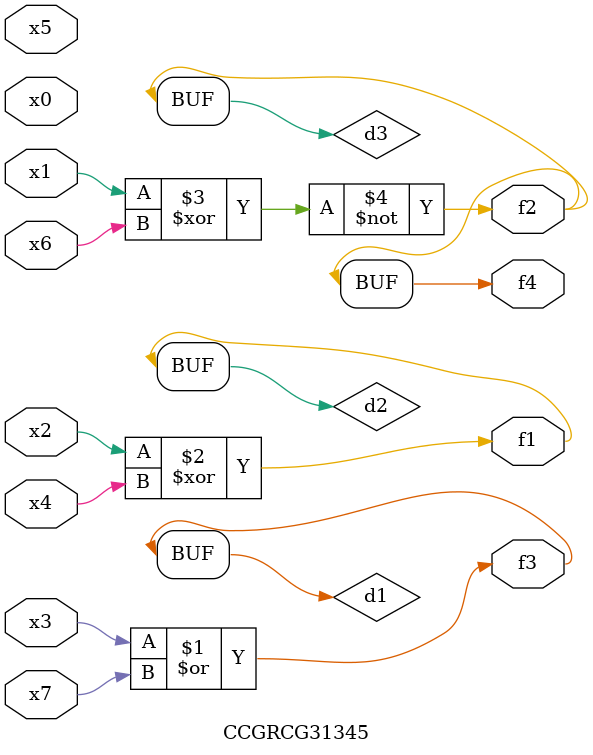
<source format=v>
module CCGRCG31345(
	input x0, x1, x2, x3, x4, x5, x6, x7,
	output f1, f2, f3, f4
);

	wire d1, d2, d3;

	or (d1, x3, x7);
	xor (d2, x2, x4);
	xnor (d3, x1, x6);
	assign f1 = d2;
	assign f2 = d3;
	assign f3 = d1;
	assign f4 = d3;
endmodule

</source>
